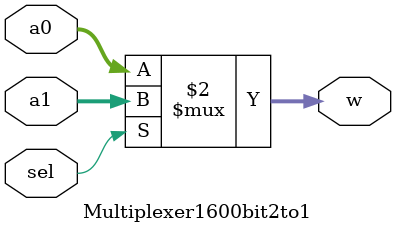
<source format=v>
`timescale 1ns/1ns
module Multiplexer1600bit2to1 (a0, a1, sel, w);
    input [1599:0]a0,a1;
    input sel;
    output [1599:0]w;

	assign w = ~sel ? a0:a1;
endmodule
</source>
